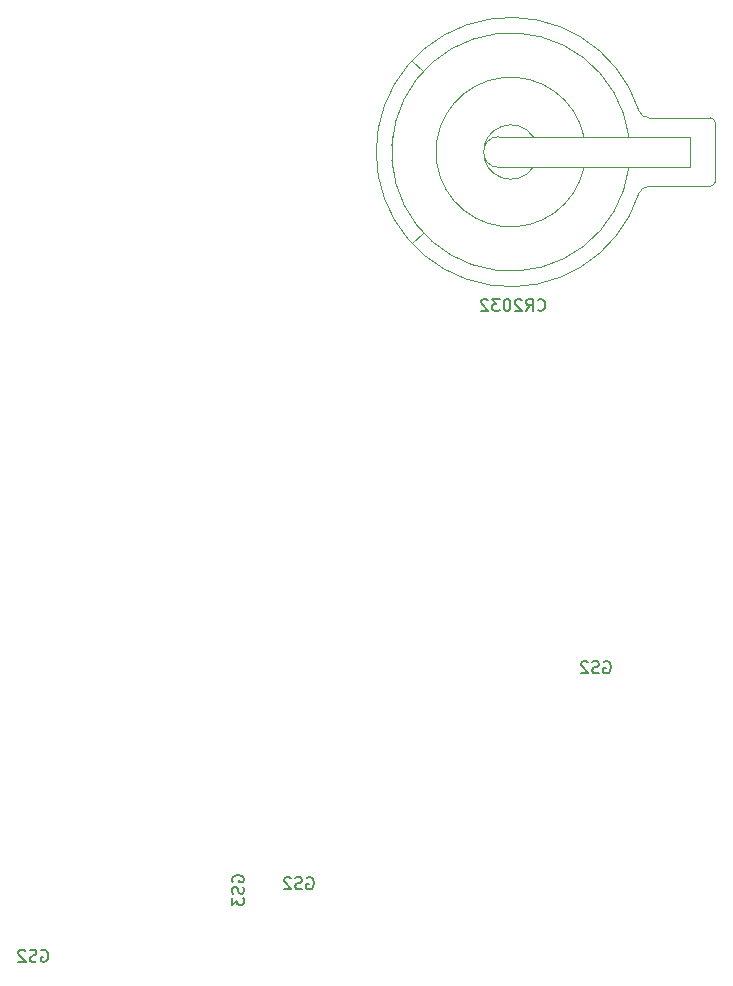
<source format=gbr>
G04 #@! TF.GenerationSoftware,KiCad,Pcbnew,(5.0.1-3-g963ef8bb5)*
G04 #@! TF.CreationDate,2018-10-27T20:23:32-05:00*
G04 #@! TF.ProjectId,kbxBinaryClock.v4,6B627842696E617279436C6F636B2E76,rev?*
G04 #@! TF.SameCoordinates,Original*
G04 #@! TF.FileFunction,Other,Fab,Bot*
%FSLAX46Y46*%
G04 Gerber Fmt 4.6, Leading zero omitted, Abs format (unit mm)*
G04 Created by KiCad (PCBNEW (5.0.1-3-g963ef8bb5)) date Saturday, October 27, 2018 at 08:23:32 PM*
%MOMM*%
%LPD*%
G01*
G04 APERTURE LIST*
%ADD10C,0.100000*%
%ADD11C,0.150000*%
G04 APERTURE END LIST*
D10*
G04 #@! TO.C,BT1*
X218235000Y-47265000D02*
G75*
G02X218635000Y-47665000I0J-400000D01*
G01*
X218235000Y-53065000D02*
G75*
G03X218635000Y-52665000I0J400000D01*
G01*
X216535000Y-48865000D02*
X216535000Y-51465000D01*
X200335000Y-51465000D02*
G75*
G02X200335000Y-48865000I0J1300000D01*
G01*
X212189277Y-46672818D02*
G75*
G03X213035000Y-47265000I845723J307818D01*
G01*
X200335000Y-48865000D02*
X216535000Y-48865000D01*
X216535000Y-51465000D02*
X200335000Y-51465000D01*
X218635000Y-47665000D02*
X218635000Y-52665000D01*
X218235000Y-53065000D02*
X213004400Y-53065000D01*
X213004400Y-47265000D02*
X218235000Y-47265000D01*
X191335000Y-51465000D02*
G75*
G02X211335000Y-48865000I10000000J1300000D01*
G01*
X195003450Y-50368631D02*
G75*
G02X207535000Y-48865000I6331550J203631D01*
G01*
X199039552Y-50340833D02*
G75*
G02X203235000Y-48865000I2295448J175833D01*
G01*
X192963800Y-42443400D02*
X193903600Y-43307000D01*
X192963800Y-57886600D02*
X193878200Y-57048400D01*
X199039552Y-49989167D02*
G75*
G03X203235000Y-51465000I2295448J-175833D01*
G01*
X195003450Y-49961369D02*
G75*
G03X207535000Y-51465000I6331550J-203631D01*
G01*
X191335000Y-48865000D02*
G75*
G03X211335000Y-51465000I10000000J-1300000D01*
G01*
X189934701Y-50240351D02*
G75*
G02X212185000Y-46665000I11400299J75351D01*
G01*
X189934701Y-50089649D02*
G75*
G03X212185000Y-53665000I11400299J-75351D01*
G01*
X212189277Y-53657182D02*
G75*
G02X213035000Y-53065000I845723J-307818D01*
G01*
G04 #@! TD*
G04 #@! TO.C,SB2*
D11*
X184083476Y-111619000D02*
X184178714Y-111571380D01*
X184321571Y-111571380D01*
X184464428Y-111619000D01*
X184559666Y-111714238D01*
X184607285Y-111809476D01*
X184654904Y-111999952D01*
X184654904Y-112142809D01*
X184607285Y-112333285D01*
X184559666Y-112428523D01*
X184464428Y-112523761D01*
X184321571Y-112571380D01*
X184226333Y-112571380D01*
X184083476Y-112523761D01*
X184035857Y-112476142D01*
X184035857Y-112142809D01*
X184226333Y-112142809D01*
X183654904Y-112523761D02*
X183512047Y-112571380D01*
X183273952Y-112571380D01*
X183178714Y-112523761D01*
X183131095Y-112476142D01*
X183083476Y-112380904D01*
X183083476Y-112285666D01*
X183131095Y-112190428D01*
X183178714Y-112142809D01*
X183273952Y-112095190D01*
X183464428Y-112047571D01*
X183559666Y-111999952D01*
X183607285Y-111952333D01*
X183654904Y-111857095D01*
X183654904Y-111761857D01*
X183607285Y-111666619D01*
X183559666Y-111619000D01*
X183464428Y-111571380D01*
X183226333Y-111571380D01*
X183083476Y-111619000D01*
X182702523Y-111666619D02*
X182654904Y-111619000D01*
X182559666Y-111571380D01*
X182321571Y-111571380D01*
X182226333Y-111619000D01*
X182178714Y-111666619D01*
X182131095Y-111761857D01*
X182131095Y-111857095D01*
X182178714Y-111999952D01*
X182750142Y-112571380D01*
X182131095Y-112571380D01*
G04 #@! TO.C,SB3*
X177786000Y-111958523D02*
X177738380Y-111863285D01*
X177738380Y-111720428D01*
X177786000Y-111577571D01*
X177881238Y-111482333D01*
X177976476Y-111434714D01*
X178166952Y-111387095D01*
X178309809Y-111387095D01*
X178500285Y-111434714D01*
X178595523Y-111482333D01*
X178690761Y-111577571D01*
X178738380Y-111720428D01*
X178738380Y-111815666D01*
X178690761Y-111958523D01*
X178643142Y-112006142D01*
X178309809Y-112006142D01*
X178309809Y-111815666D01*
X178690761Y-112387095D02*
X178738380Y-112529952D01*
X178738380Y-112768047D01*
X178690761Y-112863285D01*
X178643142Y-112910904D01*
X178547904Y-112958523D01*
X178452666Y-112958523D01*
X178357428Y-112910904D01*
X178309809Y-112863285D01*
X178262190Y-112768047D01*
X178214571Y-112577571D01*
X178166952Y-112482333D01*
X178119333Y-112434714D01*
X178024095Y-112387095D01*
X177928857Y-112387095D01*
X177833619Y-112434714D01*
X177786000Y-112482333D01*
X177738380Y-112577571D01*
X177738380Y-112815666D01*
X177786000Y-112958523D01*
X177738380Y-113291857D02*
X177738380Y-113910904D01*
X178119333Y-113577571D01*
X178119333Y-113720428D01*
X178166952Y-113815666D01*
X178214571Y-113863285D01*
X178309809Y-113910904D01*
X178547904Y-113910904D01*
X178643142Y-113863285D01*
X178690761Y-113815666D01*
X178738380Y-113720428D01*
X178738380Y-113434714D01*
X178690761Y-113339476D01*
X178643142Y-113291857D01*
G04 #@! TO.C,SB4*
X161594476Y-117759000D02*
X161689714Y-117711380D01*
X161832571Y-117711380D01*
X161975428Y-117759000D01*
X162070666Y-117854238D01*
X162118285Y-117949476D01*
X162165904Y-118139952D01*
X162165904Y-118282809D01*
X162118285Y-118473285D01*
X162070666Y-118568523D01*
X161975428Y-118663761D01*
X161832571Y-118711380D01*
X161737333Y-118711380D01*
X161594476Y-118663761D01*
X161546857Y-118616142D01*
X161546857Y-118282809D01*
X161737333Y-118282809D01*
X161165904Y-118663761D02*
X161023047Y-118711380D01*
X160784952Y-118711380D01*
X160689714Y-118663761D01*
X160642095Y-118616142D01*
X160594476Y-118520904D01*
X160594476Y-118425666D01*
X160642095Y-118330428D01*
X160689714Y-118282809D01*
X160784952Y-118235190D01*
X160975428Y-118187571D01*
X161070666Y-118139952D01*
X161118285Y-118092333D01*
X161165904Y-117997095D01*
X161165904Y-117901857D01*
X161118285Y-117806619D01*
X161070666Y-117759000D01*
X160975428Y-117711380D01*
X160737333Y-117711380D01*
X160594476Y-117759000D01*
X160213523Y-117806619D02*
X160165904Y-117759000D01*
X160070666Y-117711380D01*
X159832571Y-117711380D01*
X159737333Y-117759000D01*
X159689714Y-117806619D01*
X159642095Y-117901857D01*
X159642095Y-117997095D01*
X159689714Y-118139952D01*
X160261142Y-118711380D01*
X159642095Y-118711380D01*
G04 #@! TO.C,SB5*
X209229476Y-93331000D02*
X209324714Y-93283380D01*
X209467571Y-93283380D01*
X209610428Y-93331000D01*
X209705666Y-93426238D01*
X209753285Y-93521476D01*
X209800904Y-93711952D01*
X209800904Y-93854809D01*
X209753285Y-94045285D01*
X209705666Y-94140523D01*
X209610428Y-94235761D01*
X209467571Y-94283380D01*
X209372333Y-94283380D01*
X209229476Y-94235761D01*
X209181857Y-94188142D01*
X209181857Y-93854809D01*
X209372333Y-93854809D01*
X208800904Y-94235761D02*
X208658047Y-94283380D01*
X208419952Y-94283380D01*
X208324714Y-94235761D01*
X208277095Y-94188142D01*
X208229476Y-94092904D01*
X208229476Y-93997666D01*
X208277095Y-93902428D01*
X208324714Y-93854809D01*
X208419952Y-93807190D01*
X208610428Y-93759571D01*
X208705666Y-93711952D01*
X208753285Y-93664333D01*
X208800904Y-93569095D01*
X208800904Y-93473857D01*
X208753285Y-93378619D01*
X208705666Y-93331000D01*
X208610428Y-93283380D01*
X208372333Y-93283380D01*
X208229476Y-93331000D01*
X207848523Y-93378619D02*
X207800904Y-93331000D01*
X207705666Y-93283380D01*
X207467571Y-93283380D01*
X207372333Y-93331000D01*
X207324714Y-93378619D01*
X207277095Y-93473857D01*
X207277095Y-93569095D01*
X207324714Y-93711952D01*
X207896142Y-94283380D01*
X207277095Y-94283380D01*
G04 #@! TO.C,BT1*
X203630238Y-63522142D02*
X203677857Y-63569761D01*
X203820714Y-63617380D01*
X203915952Y-63617380D01*
X204058809Y-63569761D01*
X204154047Y-63474523D01*
X204201666Y-63379285D01*
X204249285Y-63188809D01*
X204249285Y-63045952D01*
X204201666Y-62855476D01*
X204154047Y-62760238D01*
X204058809Y-62665000D01*
X203915952Y-62617380D01*
X203820714Y-62617380D01*
X203677857Y-62665000D01*
X203630238Y-62712619D01*
X202630238Y-63617380D02*
X202963571Y-63141190D01*
X203201666Y-63617380D02*
X203201666Y-62617380D01*
X202820714Y-62617380D01*
X202725476Y-62665000D01*
X202677857Y-62712619D01*
X202630238Y-62807857D01*
X202630238Y-62950714D01*
X202677857Y-63045952D01*
X202725476Y-63093571D01*
X202820714Y-63141190D01*
X203201666Y-63141190D01*
X202249285Y-62712619D02*
X202201666Y-62665000D01*
X202106428Y-62617380D01*
X201868333Y-62617380D01*
X201773095Y-62665000D01*
X201725476Y-62712619D01*
X201677857Y-62807857D01*
X201677857Y-62903095D01*
X201725476Y-63045952D01*
X202296904Y-63617380D01*
X201677857Y-63617380D01*
X201058809Y-62617380D02*
X200963571Y-62617380D01*
X200868333Y-62665000D01*
X200820714Y-62712619D01*
X200773095Y-62807857D01*
X200725476Y-62998333D01*
X200725476Y-63236428D01*
X200773095Y-63426904D01*
X200820714Y-63522142D01*
X200868333Y-63569761D01*
X200963571Y-63617380D01*
X201058809Y-63617380D01*
X201154047Y-63569761D01*
X201201666Y-63522142D01*
X201249285Y-63426904D01*
X201296904Y-63236428D01*
X201296904Y-62998333D01*
X201249285Y-62807857D01*
X201201666Y-62712619D01*
X201154047Y-62665000D01*
X201058809Y-62617380D01*
X200392142Y-62617380D02*
X199773095Y-62617380D01*
X200106428Y-62998333D01*
X199963571Y-62998333D01*
X199868333Y-63045952D01*
X199820714Y-63093571D01*
X199773095Y-63188809D01*
X199773095Y-63426904D01*
X199820714Y-63522142D01*
X199868333Y-63569761D01*
X199963571Y-63617380D01*
X200249285Y-63617380D01*
X200344523Y-63569761D01*
X200392142Y-63522142D01*
X199392142Y-62712619D02*
X199344523Y-62665000D01*
X199249285Y-62617380D01*
X199011190Y-62617380D01*
X198915952Y-62665000D01*
X198868333Y-62712619D01*
X198820714Y-62807857D01*
X198820714Y-62903095D01*
X198868333Y-63045952D01*
X199439761Y-63617380D01*
X198820714Y-63617380D01*
G04 #@! TD*
M02*

</source>
